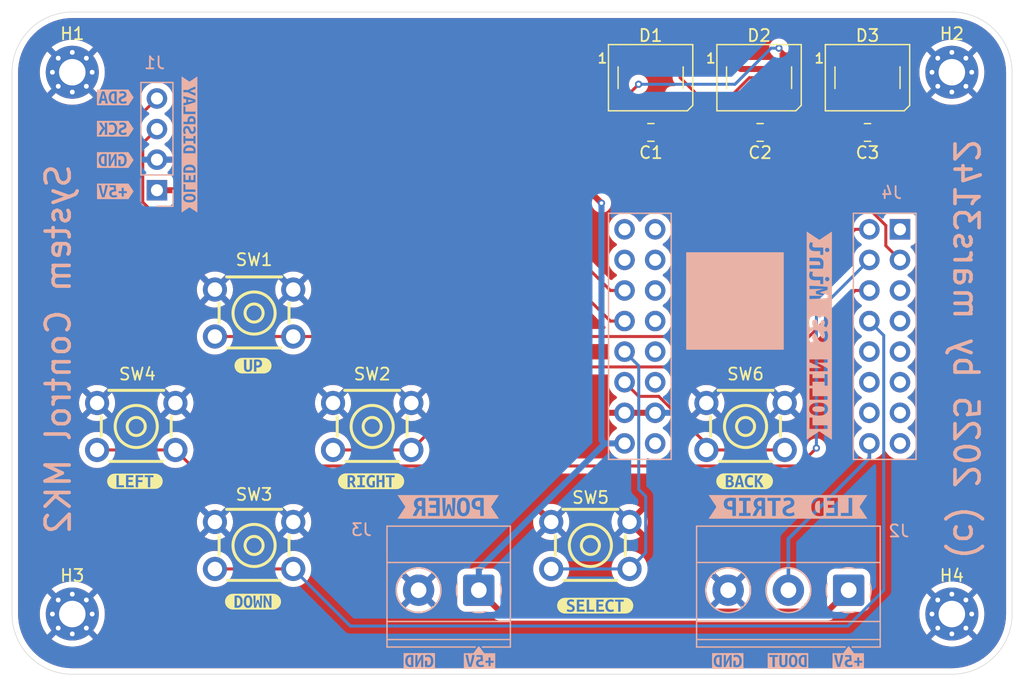
<source format=kicad_pcb>
(kicad_pcb (version 20241229) (generator "pcbnew") (generator_version "9.0")
  (title_block (title "System Control") (date "31.12.2025") (rev "MK1.2") (company "mars3142") (comment 3 "System Control Board for model railway") (comment 4 "Author: Peter Siegmund"))
  (layers (0 "F.Cu" signal) (2 "B.Cu" signal) (13 "F.Paste" user) (15 "B.Paste" user) (5 "F.SilkS" user "F.Silkscreen") (7 "B.SilkS" user "B.Silkscreen") (1 "F.Mask" user) (3 "B.Mask" user) (25 "Edge.Cuts" user))
  (net 0 "")
  (net 1 "SCK")
  (net 2 "+5V")
  (net 3 "GND")
  (net 4 "SDA")
  (net 5 "DOUT")
  (net 17 "UP")
  (net 18 "RIGHT")
  (net 19 "DOWN")
  (net 20 "LEFT")
  (net 21 "SELECT")
  (net 22 "BACK")
  (net 24 "Net-(D1-VSS)")
  (net 32 "Net-(D1-DOUT)")
  (net 33 "Net-(D2-DOUT)")
  (net 34 "LED")
  (net 35 "Net-(D2-VSS)")
  (net 36 "Net-(D3-VSS)")
  (footprint "kibuzzard-67898229" (layer "F.Cu") (at 92.41945 79.8224)
    (property "Reference" "kibuzzard-67898229" (hide yes))
    (property "Value" "G***" (hide yes))
  )
  (footprint "LED_SMD:LED_WS2812B_PLCC4_5.0x5.0mm_P3.2mm" (layer "F.Cu") (at 133.6195 46.3037)
    (property "Reference" "D3" (at 0 -3.5 0) (layer "F.SilkS"))
    (property "Value" "WS2812B")
    (fp_text user "1" (at -4 -1.6 0) (layer "F.SilkS") (effects (font (size 0.8 0.8))))
    (pad "1" smd roundrect (at -2.45 -1.65) (size 1.5 0.9) (layers "F.Cu" "F.Mask" "F.Paste") (roundrect_rratio 0.1) (net 2 "+5V"))
    (pad "2" smd roundrect (at -2.45 1.65) (size 1.5 0.9) (layers "F.Cu" "F.Mask" "F.Paste") (roundrect_rratio 0.1))
    (pad "3" smd roundrect (at 2.45 1.65) (size 1.5 0.9) (layers "F.Cu" "F.Mask" "F.Paste") (roundrect_rratio 0.1) (net 36 "Net-(D3-VSS)"))
    (pad "4" smd roundrect (at 2.45 -1.65) (size 1.5 0.9) (layers "F.Cu" "F.Mask" "F.Paste") (roundrect_rratio 0.1) (net 33 "Net-(D2-DOUT)"))
  )
  (footprint "Capacitor_SMD:C_0805_2012Metric" (layer "F.Cu") (at 133.6195 50.8511 180)
    (property "Reference" "C3" (at 0 -1.68 0) (layer "F.SilkS"))
    (property "Value" "100nF")
    (pad "1" smd roundrect (at -0.95 0 180) (size 1 1.45) (layers "F.Cu" "F.Mask" "F.Paste") (net 36 "Net-(D3-VSS)"))
    (pad "2" smd roundrect (at 0.95 0 180) (size 1 1.45) (layers "F.Cu" "F.Mask" "F.Paste") (net 3 "GND"))
  )
  (footprint "MountingHole:MountingHole_2.2mm_M2_Pad_Via" (layer "F.Cu") (at 67.61945 45.85115)
    (property "Reference" "H1" (at 0 -3.2 0) (layer "F.SilkS"))
    (property "Value" "MH1")
    (pad "1" thru_hole circle (at -1.65 0) (size 0.7 0.7) (drill 0.4) (layers "*.Cu" "*.Mask") (net 3 "GND"))
    (pad "1" thru_hole circle (at -1.166726 -1.166726) (size 0.7 0.7) (drill 0.4) (layers "*.Cu" "*.Mask") (net 3 "GND"))
    (pad "1" thru_hole circle (at -1.166726 1.166726) (size 0.7 0.7) (drill 0.4) (layers "*.Cu" "*.Mask") (net 3 "GND"))
    (pad "1" thru_hole circle (at 0 -1.65) (size 0.7 0.7) (drill 0.4) (layers "*.Cu" "*.Mask") (net 3 "GND"))
    (pad "1" thru_hole circle (at 0 0) (size 4.4 4.4) (drill 2.2) (layers "*.Cu" "*.Mask") (net 3 "GND"))
    (pad "1" thru_hole circle (at 0 1.65) (size 0.7 0.7) (drill 0.4) (layers "*.Cu" "*.Mask") (net 3 "GND"))
    (pad "1" thru_hole circle (at 1.166726 -1.166726) (size 0.7 0.7) (drill 0.4) (layers "*.Cu" "*.Mask") (net 3 "GND"))
    (pad "1" thru_hole circle (at 1.166726 1.166726) (size 0.7 0.7) (drill 0.4) (layers "*.Cu" "*.Mask") (net 3 "GND"))
    (pad "1" thru_hole circle (at 1.65 0) (size 0.7 0.7) (drill 0.4) (layers "*.Cu" "*.Mask") (net 3 "GND"))
  )
  (footprint "easyeda2kicad:KEY-TH_4P-L6.0-W6.0-P3.90-LS7.8" (layer "F.Cu") (at 82.7072 65.8511)
    (property "Reference" "SW1" (at 0 -4.4288 0) (layer "F.SilkS"))
    (property "Value" "UP")
    (pad "1" thru_hole circle (at -3.25 1.95) (size 2 2) (drill 1.199896) (layers "*.Cu" "*.Mask") (net 17 "UP"))
    (pad "2" thru_hole circle (at 3.25 1.95) (size 2 2) (drill 1.199896) (layers "*.Cu" "*.Mask") (net 17 "UP"))
    (pad "3" thru_hole circle (at 3.25 -1.95) (size 2 2) (drill 1.199896) (layers "*.Cu" "*.Mask") (net 3 "GND"))
    (pad "4" thru_hole circle (at -3.25 -1.95) (size 2 2) (drill 1.199896) (layers "*.Cu" "*.Mask") (net 3 "GND"))
  )
  (footprint "kibuzzard-67898208" (layer "F.Cu") (at 82.61945 70.2224)
    (property "Reference" "kibuzzard-67898208" (hide yes))
    (property "Value" "G***" (hide yes))
  )
  (footprint "Capacitor_SMD:C_0805_2012Metric" (layer "F.Cu") (at 124.7073 50.8501 180)
    (property "Reference" "C2" (at 0 -1.68 0) (layer "F.SilkS"))
    (property "Value" "100nF")
    (pad "1" smd roundrect (at -0.95 0 180) (size 1 1.45) (layers "F.Cu" "F.Mask" "F.Paste") (net 35 "Net-(D2-VSS)"))
    (pad "2" smd roundrect (at 0.95 0 180) (size 1 1.45) (layers "F.Cu" "F.Mask" "F.Paste") (net 3 "GND"))
  )
  (footprint "kibuzzard-678981FB" (layer "F.Cu") (at 123.41945 79.8224)
    (property "Reference" "kibuzzard-678981FB" (hide yes))
    (property "Value" "G***" (hide yes))
  )
  (footprint "easyeda2kicad:KEY-TH_4P-L6.0-W6.0-P3.90-LS7.8" (layer "F.Cu") (at 72.9272 75.2731)
    (property "Reference" "SW4" (at 0.0923 -4.3508 0) (layer "F.SilkS"))
    (property "Value" "LEFT")
    (pad "1" thru_hole circle (at -3.25 1.95) (size 2 2) (drill 1.199896) (layers "*.Cu" "*.Mask") (net 20 "LEFT"))
    (pad "2" thru_hole circle (at 3.25 1.95) (size 2 2) (drill 1.199896) (layers "*.Cu" "*.Mask") (net 20 "LEFT"))
    (pad "3" thru_hole circle (at 3.25 -1.95) (size 2 2) (drill 1.199896) (layers "*.Cu" "*.Mask") (net 3 "GND"))
    (pad "4" thru_hole circle (at -3.25 -1.95) (size 2 2) (drill 1.199896) (layers "*.Cu" "*.Mask") (net 3 "GND"))
  )
  (footprint "MountingHole:MountingHole_2.2mm_M2_Pad_Via" (layer "F.Cu") (at 140.61945 45.85115)
    (property "Reference" "H2" (at 0 -3.2 0) (layer "F.SilkS"))
    (property "Value" "MH2")
    (pad "1" thru_hole circle (at -1.65 0) (size 0.7 0.7) (drill 0.4) (layers "*.Cu" "*.Mask") (net 3 "GND"))
    (pad "1" thru_hole circle (at -1.166726 -1.166726) (size 0.7 0.7) (drill 0.4) (layers "*.Cu" "*.Mask") (net 3 "GND"))
    (pad "1" thru_hole circle (at -1.166726 1.166726) (size 0.7 0.7) (drill 0.4) (layers "*.Cu" "*.Mask") (net 3 "GND"))
    (pad "1" thru_hole circle (at 0 -1.65) (size 0.7 0.7) (drill 0.4) (layers "*.Cu" "*.Mask") (net 3 "GND"))
    (pad "1" thru_hole circle (at 0 0) (size 4.4 4.4) (drill 2.2) (layers "*.Cu" "*.Mask") (net 3 "GND"))
    (pad "1" thru_hole circle (at 0 1.65) (size 0.7 0.7) (drill 0.4) (layers "*.Cu" "*.Mask") (net 3 "GND"))
    (pad "1" thru_hole circle (at 1.166726 -1.166726) (size 0.7 0.7) (drill 0.4) (layers "*.Cu" "*.Mask") (net 3 "GND"))
    (pad "1" thru_hole circle (at 1.166726 1.166726) (size 0.7 0.7) (drill 0.4) (layers "*.Cu" "*.Mask") (net 3 "GND"))
    (pad "1" thru_hole circle (at 1.65 0) (size 0.7 0.7) (drill 0.4) (layers "*.Cu" "*.Mask") (net 3 "GND"))
  )
  (footprint "easyeda2kicad:KEY-TH_4P-L6.0-W6.0-P3.90-LS7.8" (layer "F.Cu") (at 92.5092 75.2731)
    (property "Reference" "SW2" (at 0 -4.3508 0) (layer "F.SilkS"))
    (property "Value" "RIGHT")
    (pad "1" thru_hole circle (at -3.25 1.95) (size 2 2) (drill 1.199896) (layers "*.Cu" "*.Mask") (net 18 "RIGHT"))
    (pad "2" thru_hole circle (at 3.25 1.95) (size 2 2) (drill 1.199896) (layers "*.Cu" "*.Mask") (net 18 "RIGHT"))
    (pad "3" thru_hole circle (at 3.25 -1.95) (size 2 2) (drill 1.199896) (layers "*.Cu" "*.Mask") (net 3 "GND"))
    (pad "4" thru_hole circle (at -3.25 -1.95) (size 2 2) (drill 1.199896) (layers "*.Cu" "*.Mask") (net 3 "GND"))
  )
  (footprint "kibuzzard-678981DB" (layer "F.Cu") (at 111.01945 90.15515)
    (property "Reference" "kibuzzard-678981DB" (hide yes))
    (property "Value" "G***" (hide yes))
  )
  (footprint "easyeda2kicad:KEY-TH_4P-L6.0-W6.0-P3.90-LS7.8" (layer "F.Cu") (at 82.7072 85.1551)
    (property "Reference" "SW3" (at 0 -4.2328 0) (layer "F.SilkS"))
    (property "Value" "DOWN")
    (pad "1" thru_hole circle (at -3.25 1.95) (size 2 2) (drill 1.199896) (layers "*.Cu" "*.Mask") (net 19 "DOWN"))
    (pad "2" thru_hole circle (at 3.25 1.95) (size 2 2) (drill 1.199896) (layers "*.Cu" "*.Mask") (net 19 "DOWN"))
    (pad "3" thru_hole circle (at 3.25 -1.95) (size 2 2) (drill 1.199896) (layers "*.Cu" "*.Mask") (net 3 "GND"))
    (pad "4" thru_hole circle (at -3.25 -1.95) (size 2 2) (drill 1.199896) (layers "*.Cu" "*.Mask") (net 3 "GND"))
  )
  (footprint "MountingHole:MountingHole_2.2mm_M2_Pad_Via" (layer "F.Cu") (at 67.61945 90.85115)
    (property "Reference" "H3" (at 0 -3.2 0) (layer "F.SilkS"))
    (property "Value" "MH3")
    (pad "1" thru_hole circle (at -1.65 0) (size 0.7 0.7) (drill 0.4) (layers "*.Cu" "*.Mask") (net 3 "GND"))
    (pad "1" thru_hole circle (at -1.166726 -1.166726) (size 0.7 0.7) (drill 0.4) (layers "*.Cu" "*.Mask") (net 3 "GND"))
    (pad "1" thru_hole circle (at -1.166726 1.166726) (size 0.7 0.7) (drill 0.4) (layers "*.Cu" "*.Mask") (net 3 "GND"))
    (pad "1" thru_hole circle (at 0 -1.65) (size 0.7 0.7) (drill 0.4) (layers "*.Cu" "*.Mask") (net 3 "GND"))
    (pad "1" thru_hole circle (at 0 0) (size 4.4 4.4) (drill 2.2) (layers "*.Cu" "*.Mask") (net 3 "GND"))
    (pad "1" thru_hole circle (at 0 1.65) (size 0.7 0.7) (drill 0.4) (layers "*.Cu" "*.Mask") (net 3 "GND"))
    (pad "1" thru_hole circle (at 1.166726 -1.166726) (size 0.7 0.7) (drill 0.4) (layers "*.Cu" "*.Mask") (net 3 "GND"))
    (pad "1" thru_hole circle (at 1.166726 1.166726) (size 0.7 0.7) (drill 0.4) (layers "*.Cu" "*.Mask") (net 3 "GND"))
    (pad "1" thru_hole circle (at 1.65 0) (size 0.7 0.7) (drill 0.4) (layers "*.Cu" "*.Mask") (net 3 "GND"))
  )
  (footprint "easyeda2kicad:KEY-TH_4P-L6.0-W6.0-P3.90-LS7.8" (layer "F.Cu") (at 123.4972 75.2731)
    (property "Reference" "SW6" (at 0 -4.3508 0) (layer "F.SilkS"))
    (property "Value" "BACK")
    (pad "1" thru_hole circle (at -3.25 1.95) (size 2 2) (drill 1.199896) (layers "*.Cu" "*.Mask") (net 22 "BACK"))
    (pad "2" thru_hole circle (at 3.25 1.95) (size 2 2) (drill 1.199896) (layers "*.Cu" "*.Mask") (net 22 "BACK"))
    (pad "3" thru_hole circle (at 3.25 -1.95) (size 2 2) (drill 1.199896) (layers "*.Cu" "*.Mask") (net 3 "GND"))
    (pad "4" thru_hole circle (at -3.25 -1.95) (size 2 2) (drill 1.199896) (layers "*.Cu" "*.Mask") (net 3 "GND"))
  )
  (footprint "kibuzzard-67898221" (layer "F.Cu") (at 72.81945 79.8224)
    (property "Reference" "kibuzzard-67898221" (hide yes))
    (property "Value" "G***" (hide yes))
  )
  (footprint "LED_SMD:LED_WS2812B_PLCC4_5.0x5.0mm_P3.2mm" (layer "F.Cu") (at 115.6195 46.3037)
    (property "Reference" "D1" (at 0 -3.5 0) (layer "F.SilkS"))
    (property "Value" "WS2812B")
    (fp_text user "1" (at -4 -1.6 0) (layer "F.SilkS") (effects (font (size 0.8 0.8))))
    (pad "1" smd roundrect (at -2.45 -1.65) (size 1.5 0.9) (layers "F.Cu" "F.Mask" "F.Paste") (roundrect_rratio 0.1) (net 2 "+5V"))
    (pad "2" smd roundrect (at -2.45 1.65) (size 1.5 0.9) (layers "F.Cu" "F.Mask" "F.Paste") (roundrect_rratio 0.1) (net 32 "Net-(D1-DOUT)"))
    (pad "3" smd roundrect (at 2.45 1.65) (size 1.5 0.9) (layers "F.Cu" "F.Mask" "F.Paste") (roundrect_rratio 0.1) (net 24 "Net-(D1-VSS)"))
    (pad "4" smd roundrect (at 2.45 -1.65) (size 1.5 0.9) (layers "F.Cu" "F.Mask" "F.Paste") (roundrect_rratio 0.1) (net 34 "LED"))
  )
  (footprint "kibuzzard-67898217" (layer "F.Cu") (at 82.61945 89.8224)
    (property "Reference" "kibuzzard-67898217" (hide yes))
    (property "Value" "G***" (hide yes))
  )
  (footprint "easyeda2kicad:KEY-TH_4P-L6.0-W6.0-P3.90-LS7.8" (layer "F.Cu") (at 110.6195 85.1551)
    (property "Reference" "SW5" (at 0.0163 -3.9788 0) (layer "F.SilkS"))
    (property "Value" "SELECT")
    (pad "1" thru_hole circle (at -3.25 1.95) (size 2 2) (drill 1.199896) (layers "*.Cu" "*.Mask") (net 21 "SELECT"))
    (pad "2" thru_hole circle (at 3.25 1.95) (size 2 2) (drill 1.199896) (layers "*.Cu" "*.Mask") (net 21 "SELECT"))
    (pad "3" thru_hole circle (at 3.25 -1.95) (size 2 2) (drill 1.199896) (layers "*.Cu" "*.Mask") (net 3 "GND"))
    (pad "4" thru_hole circle (at -3.25 -1.95) (size 2 2) (drill 1.199896) (layers "*.Cu" "*.Mask") (net 3 "GND"))
  )
  (footprint "Capacitor_SMD:C_0805_2012Metric" (layer "F.Cu") (at 115.6427 50.8491 180)
    (property "Reference" "C1" (at 0 -1.68 0) (layer "F.SilkS"))
    (property "Value" "100nF")
    (pad "1" smd roundrect (at -0.95 0 180) (size 1 1.45) (layers "F.Cu" "F.Mask" "F.Paste") (net 24 "Net-(D1-VSS)"))
    (pad "2" smd roundrect (at 0.95 0 180) (size 1 1.45) (layers "F.Cu" "F.Mask" "F.Paste") (net 3 "GND"))
  )
  (footprint "LED_SMD:LED_WS2812B_PLCC4_5.0x5.0mm_P3.2mm" (layer "F.Cu") (at 124.6195 46.3037)
    (property "Reference" "D2" (at 0 -3.5 0) (layer "F.SilkS"))
    (property "Value" "WS2812B")
    (fp_text user "1" (at -4 -1.6 0) (layer "F.SilkS") (effects (font (size 0.8 0.8))))
    (pad "1" smd roundrect (at -2.45 -1.65) (size 1.5 0.9) (layers "F.Cu" "F.Mask" "F.Paste") (roundrect_rratio 0.1) (net 2 "+5V"))
    (pad "2" smd roundrect (at -2.45 1.65) (size 1.5 0.9) (layers "F.Cu" "F.Mask" "F.Paste") (roundrect_rratio 0.1) (net 33 "Net-(D2-DOUT)"))
    (pad "3" smd roundrect (at 2.45 1.65) (size 1.5 0.9) (layers "F.Cu" "F.Mask" "F.Paste") (roundrect_rratio 0.1) (net 35 "Net-(D2-VSS)"))
    (pad "4" smd roundrect (at 2.45 -1.65) (size 1.5 0.9) (layers "F.Cu" "F.Mask" "F.Paste") (roundrect_rratio 0.1) (net 32 "Net-(D1-DOUT)"))
  )
  (footprint "MountingHole:MountingHole_2.2mm_M2_Pad_Via" (layer "F.Cu") (at 140.61945 90.85115)
    (property "Reference" "H4" (at 0 -3.2 0) (layer "F.SilkS"))
    (property "Value" "MH4")
    (pad "1" thru_hole circle (at -1.65 0) (size 0.7 0.7) (drill 0.4) (layers "*.Cu" "*.Mask") (net 3 "GND"))
    (pad "1" thru_hole circle (at -1.166726 -1.166726) (size 0.7 0.7) (drill 0.4) (layers "*.Cu" "*.Mask") (net 3 "GND"))
    (pad "1" thru_hole circle (at -1.166726 1.166726) (size 0.7 0.7) (drill 0.4) (layers "*.Cu" "*.Mask") (net 3 "GND"))
    (pad "1" thru_hole circle (at 0 -1.65) (size 0.7 0.7) (drill 0.4) (layers "*.Cu" "*.Mask") (net 3 "GND"))
    (pad "1" thru_hole circle (at 0 0) (size 4.4 4.4) (drill 2.2) (layers "*.Cu" "*.Mask") (net 3 "GND"))
    (pad "1" thru_hole circle (at 0 1.65) (size 0.7 0.7) (drill 0.4) (layers "*.Cu" "*.Mask") (net 3 "GND"))
    (pad "1" thru_hole circle (at 1.166726 -1.166726) (size 0.7 0.7) (drill 0.4) (layers "*.Cu" "*.Mask") (net 3 "GND"))
    (pad "1" thru_hole circle (at 1.166726 1.166726) (size 0.7 0.7) (drill 0.4) (layers "*.Cu" "*.Mask") (net 3 "GND"))
    (pad "1" thru_hole circle (at 1.65 0) (size 0.7 0.7) (drill 0.4) (layers "*.Cu" "*.Mask") (net 3 "GND"))
  )
  (footprint "TerminalBlock_Phoenix:TerminalBlock_Phoenix_MKDS-1,5-3_1x03_P5.00mm_Horizontal" (layer "B.Cu") (at 132.0532 88.8709 180)
    (property "Reference" "J2" (at -4.16625 4.91975 0) (layer "B.SilkS") (effects (justify mirror)))
    (property "Value" "Output")
    (pad "1" thru_hole roundrect (at 0 0 180) (size 2.6 2.6) (drill 1.3) (layers "*.Cu" "*.Mask") (roundrect_rratio 0.096154) (net 2 "+5V"))
    (pad "2" thru_hole circle (at 5 0 180) (size 2.6 2.6) (drill 1.3) (layers "*.Cu" "*.Mask") (net 5 "DOUT"))
    (pad "3" thru_hole circle (at 10 0 180) (size 2.6 2.6) (drill 1.3) (layers "*.Cu" "*.Mask") (net 3 "GND"))
  )
  (footprint "kibuzzard-678980A4" (layer "B.Cu") (at 101.41945 94.75115 180)
    (property "Reference" "kibuzzard-678980A4" (hide yes))
    (property "Value" "G***" (hide yes))
  )
  (footprint "kibuzzard-67898074" (layer "B.Cu") (at 71.1892 53.1434 180)
    (property "Reference" "kibuzzard-67898074" (hide yes))
    (property "Value" "G***" (hide yes))
  )
  (footprint "kibuzzard-678980E8" (layer "B.Cu") (at 127.01945 94.75115 180)
    (property "Reference" "kibuzzard-678980E8" (hide yes))
    (property "Value" "G***" (hide yes))
  )
  (footprint "wemos:PinSocket_S3 Mini" (layer "B.Cu") (at 124.6195 67.8511 180)
    (property "Reference" "J4" (at -11 12 0) (layer "B.SilkS") (effects (justify mirror)))
    (property "Value" "Conn_S3 Mini")
    (pad "1" thru_hole rect (at -11.696 8.954 180) (size 1.7 1.7) (drill oval 1) (layers "*.Cu" "*.Mask"))
    (pad "2" thru_hole oval (at -11.696 6.414 180) (size 1.7 1.7) (drill 1) (layers "*.Cu" "*.Mask") (net 34 "LED"))
    (pad "3" thru_hole oval (at -11.696 3.874 180) (size 1.7 1.7) (drill 1) (layers "*.Cu" "*.Mask"))
    (pad "4" thru_hole oval (at -11.696 1.334 180) (size 1.7 1.7) (drill 1) (layers "*.Cu" "*.Mask"))
    (pad "5" thru_hole oval (at -11.696 -1.206 180) (size 1.7 1.7) (drill 1) (layers "*.Cu" "*.Mask"))
    (pad "6" thru_hole oval (at -11.696 -3.746 180) (size 1.7 1.7) (drill 1) (layers "*.Cu" "*.Mask"))
    (pad "7" thru_hole oval (at -11.696 -6.286 180) (size 1.7 1.7) (drill 1) (layers "*.Cu" "*.Mask"))
    (pad "8" thru_hole oval (at -11.696 -8.826 180) (size 1.7 1.7) (drill 1) (layers "*.Cu" "*.Mask"))
    (pad "9" thru_hole oval (at -9.156 8.954 180) (size 1.7 1.7) (drill 1) (layers "*.Cu" "*.Mask") (net 17 "UP"))
    (pad "10" thru_hole oval (at -9.156 6.414 180) (size 1.7 1.7) (drill 1) (layers "*.Cu" "*.Mask") (net 20 "LEFT"))
    (pad "11" thru_hole oval (at -9.156 3.874 180) (size 1.7 1.7) (drill 1) (layers "*.Cu" "*.Mask") (net 18 "RIGHT"))
    (pad "12" thru_hole oval (at -9.156 1.334 180) (size 1.7 1.7) (drill 1) (layers "*.Cu" "*.Mask") (net 19 "DOWN"))
    (pad "13" thru_hole oval (at -9.156 -1.206 180) (size 1.7 1.7) (drill 1) (layers "*.Cu" "*.Mask"))
    (pad "14" thru_hole oval (at -9.156 -3.746 180) (size 1.7 1.7) (drill 1) (layers "*.Cu" "*.Mask"))
    (pad "15" thru_hole oval (at -9.156 -6.286 180) (size 1.7 1.7) (drill 1) (layers "*.Cu" "*.Mask"))
    (pad "16" thru_hole oval (at -9.156 -8.826 180) (size 1.7 1.7) (drill 1) (layers "*.Cu" "*.Mask") (net 5 "DOUT"))
    (pad "17" thru_hole oval (at 8.624 8.954 180) (size 1.7 1.7) (drill 1) (layers "*.Cu" "*.Mask"))
    (pad "18" thru_hole oval (at 8.624 6.414 180) (size 1.7 1.7) (drill 1) (layers "*.Cu" "*.Mask"))
    (pad "19" thru_hole oval (at 8.624 3.874 180) (size 1.7 1.7) (drill 1) (layers "*.Cu" "*.Mask"))
    (pad "20" thru_hole oval (at 8.624 1.334 180) (size 1.7 1.7) (drill 1) (layers "*.Cu" "*.Mask"))
    (pad "21" thru_hole oval (at 8.624 -1.206 180) (size 1.7 1.7) (drill 1) (layers "*.Cu" "*.Mask"))
    (pad "22" thru_hole oval (at 8.624 -3.746 180) (size 1.7 1.7) (drill 1) (layers "*.Cu" "*.Mask"))
    (pad "23" thru_hole oval (at 8.624 -6.286 180) (size 1.7 1.7) (drill 1) (layers "*.Cu" "*.Mask") (net 3 "GND"))
    (pad "24" thru_hole oval (at 8.624 -8.826 180) (size 1.7 1.7) (drill 1) (layers "*.Cu" "*.Mask"))
    (pad "25" thru_hole oval (at 11.164 8.954 180) (size 1.7 1.7) (drill 1) (layers "*.Cu" "*.Mask"))
    (pad "26" thru_hole oval (at 11.164 6.414 180) (size 1.7 1.7) (drill 1) (layers "*.Cu" "*.Mask"))
    (pad "27" thru_hole oval (at 11.164 3.874 180) (size 1.7 1.7) (drill 1) (layers "*.Cu" "*.Mask") (net 1 "SCK"))
    (pad "28" thru_hole oval (at 11.164 1.334 180) (size 1.7 1.7) (drill 1) (layers "*.Cu" "*.Mask") (net 4 "SDA"))
    (pad "29" thru_hole oval (at 11.164 -1.206 180) (size 1.7 1.7) (drill 1) (layers "*.Cu" "*.Mask") (net 21 "SELECT"))
    (pad "30" thru_hole oval (at 11.164 -3.746 180) (size 1.7 1.7) (drill 1) (layers "*.Cu" "*.Mask") (net 22 "BACK"))
    (pad "31" thru_hole oval (at 11.164 -6.286 180) (size 1.7 1.7) (drill 1) (layers "*.Cu" "*.Mask") (net 3 "GND"))
    (pad "32" thru_hole oval (at 11.164 -8.826 180) (size 1.7 1.7) (drill 1) (layers "*.Cu" "*.Mask") (net 2 "+5V"))
  )
  (footprint "kibuzzard-67897FC0" (layer "B.Cu") (at 129.61945 67.72715 90)
    (property "Reference" "kibuzzard-67897FC0" (hide yes))
    (property "Value" "G***" (hide yes))
  )
  (footprint "kibuzzard-678A131B" (layer "B.Cu") (at 98.81945 81.95115 180)
    (property "Reference" "kibuzzard-678A131B" (hide yes))
    (property "Value" "G***" (hide yes))
  )
  (footprint "kibuzzard-678A1323" (layer "B.Cu") (at 127.01945 81.95115 180)
    (property "Reference" "kibuzzard-678A1323" (hide yes))
    (property "Value" "G***" (hide yes))
  )
  (footprint "kibuzzard-67898040" (layer "B.Cu") (at 71.1892 47.9434 180)
    (property "Reference" "kibuzzard-67898040" (hide yes))
    (property "Value" "G***" (hide yes))
  )
  (footprint "Connector_PinSocket_2.54mm:PinSocket_1x04_P2.54mm_Vertical" (layer "B.Cu") (at 74.6445 55.6511)
    (property "Reference" "J1" (at -0.2 -10.58 0) (layer "B.SilkS") (effects (justify mirror)))
    (property "Value" "Female Header" (hide yes))
    (pad "1" thru_hole rect (at 0 0) (size 1.7 1.7) (drill 1) (layers "*.Cu" "*.Mask") (net 2 "+5V"))
    (pad "2" thru_hole oval (at 0 -2.54) (size 1.7 1.7) (drill 1) (layers "*.Cu" "*.Mask") (net 3 "GND"))
    (pad "3" thru_hole oval (at 0 -5.08) (size 1.7 1.7) (drill 1) (layers "*.Cu" "*.Mask") (net 1 "SCK"))
    (pad "4" thru_hole oval (at 0 -7.62) (size 1.7 1.7) (drill 1) (layers "*.Cu" "*.Mask") (net 4 "SDA"))
  )
  (footprint "kibuzzard-67898062" (layer "B.Cu") (at 71.1892 50.5434 180)
    (property "Reference" "kibuzzard-67898062" (hide yes))
    (property "Value" "G***" (hide yes))
  )
  (footprint "kibuzzard-67898084" (layer "B.Cu") (at 71.1892 55.7434 180)
    (property "Reference" "kibuzzard-67898084" (hide yes))
    (property "Value" "G***" (hide yes))
  )
  (footprint "kibuzzard-678A1332" (layer "B.Cu") (at 96.41945 94.75115 180)
    (property "Reference" "kibuzzard-678A1332" (hide yes))
    (property "Value" "G***" (hide yes))
  )
  (footprint "kibuzzard-67898102" (layer "B.Cu") (at 132.01945 94.75115 180)
    (property "Reference" "kibuzzard-67898102" (hide yes))
    (property "Value" "G***" (hide yes))
  )
  (footprint "TerminalBlock_Phoenix:TerminalBlock_Phoenix_MKDS-1,5-2_1x02_P5.00mm_Horizontal" (layer "B.Cu") (at 101.3592 88.8709 180)
    (property "Reference" "J3" (at 9.73975 5.01975 0) (layer "B.SilkS") (effects (justify mirror)))
    (property "Value" "Input")
    (pad "1" thru_hole roundrect (at 0 0 180) (size 2.6 2.6) (drill 1.3) (layers "*.Cu" "*.Mask") (roundrect_rratio 0.096154) (net 2 "+5V"))
    (pad "2" thru_hole circle (at 5 0 180) (size 2.6 2.6) (drill 1.3) (layers "*.Cu" "*.Mask") (net 3 "GND"))
  )
  (footprint "kibuzzard-6859B258" (layer "B.Cu") (at 77.34445 51.85115 90)
    (property "Reference" "kibuzzard-6859B258" (hide yes))
    (property "Value" "G***" (hide yes))
  )
  (footprint "kibuzzard-678980F4" (layer "B.Cu") (at 122.01945 94.75115 180)
    (property "Reference" "kibuzzard-678980F4" (hide yes))
    (property "Value" "G***" (hide yes))
  )
  (gr_rect (start 118.61945 60.85115) (end 126.61945 68.85115) (stroke (width 0.1)) (fill yes) (layer "B.SilkS"))
  (gr_arc (start 62.61945 45.85115) (mid 64.083916 42.315616) (end 67.61945 40.85115) (stroke (width 0.05)) (layer "Edge.Cuts"))
  (gr_arc (start 67.61945 95.85115) (mid 64.083916 94.386684) (end 62.61945 90.85115) (stroke (width 0.05)) (layer "Edge.Cuts"))
  (gr_line (start 145.61945 90.85115) (end 145.61945 45.85115) (stroke (width 0.05)) (layer "Edge.Cuts"))
  (gr_arc (start 145.61945 90.85115) (mid 144.154984 94.386684) (end 140.61945 95.85115) (stroke (width 0.05)) (layer "Edge.Cuts"))
  (gr_line (start 62.61945 45.85115) (end 62.61945 90.85115) (stroke (width 0.05)) (layer "Edge.Cuts"))
  (gr_line (start 140.6195 40.85115) (end 67.61945 40.85115) (stroke (width 0.05)) (layer "Edge.Cuts"))
  (gr_line (start 67.61945 95.85115) (end 140.61945 95.85115) (stroke (width 0.05)) (layer "Edge.Cuts"))
  (gr_arc (start 140.61945 40.85115) (mid 144.154984 42.315616) (end 145.61945 45.85115) (stroke (width 0.05)) (layer "Edge.Cuts"))
  (gr_text "(c) 2025 by mars3142" (at 140.61945 68.85115 270) (layer "B.SilkS") (effects (font (size 2 2) (thickness 0.3) (bold yes)) (justify bottom mirror)))
  (gr_text "System Control MK2" (at 67.61945 68.85115 90) (layer "B.SilkS") (effects (font (size 2 2) (thickness 0.3)) (justify bottom mirror)))
  (segment (start 73.4678 56.6422) (end 74.2174 57.3918) (width 0.25) (layer "F.Cu") (net 1))
  (segment (start 73.4678 51.7478) (end 73.4678 56.6422) (width 0.25) (layer "F.Cu") (net 1))
  (segment (start 74.2174 57.3918) (end 105.6935 57.3918) (width 0.25) (layer "F.Cu") (net 1))
  (segment (start 74.6445 50.5711) (end 73.4678 51.7478) (width 0.25) (layer "F.Cu") (net 1))
  (segment (start 112.2788 63.9771) (end 113.4555 63.9771) (width 0.25) (layer "F.Cu") (net 1))
  (segment (start 105.6935 57.3918) (end 112.2788 63.9771) (width 0.25) (layer "F.Cu") (net 1))
  (segment (start 113.1695 44.6537) (end 114.0827 43.7405) (width 0.5) (layer "F.Cu") (net 2))
  (segment (start 103.1381 90.6498) (end 101.3592 88.8709) (width 0.5) (layer "F.Cu") (net 2))
  (segment (start 74.6445 55.6511) (end 110.4707 55.6511) (width 0.5) (layer "F.Cu") (net 2))
  (segment (start 112.8148 44.6537) (end 110.4707 46.9978) (width 0.5) (layer "F.Cu") (net 2))
  (segment (start 110.4707 55.6511) (end 111.5408 56.7212) (width 0.5) (layer "F.Cu") (net 2))
  (segment (start 130.2743 90.6498) (end 103.1381 90.6498) (width 0.5) (layer "F.Cu") (net 2))
  (segment (start 110.4707 46.9978) (end 110.4707 55.6511) (width 0.5) (layer "F.Cu") (net 2))
  (segment (start 114.0827 43.7405) (end 121.2563 43.7405) (width 0.5) (layer "F.Cu") (net 2))
  (segment (start 123.0976 45.5818) (end 122.1695 44.6537) (width 0.5) (layer "F.Cu") (net 2))
  (segment (start 132.0532 88.8709) (end 130.2743 90.6498) (width 0.5) (layer "F.Cu") (net 2))
  (segment (start 121.2563 43.7405) (end 122.1695 44.6537) (width 0.5) (layer "F.Cu") (net 2))
  (segment (start 131.1695 44.6537) (end 130.2414 45.5818) (width 0.5) (layer "F.Cu") (net 2))
  (segment (start 130.2414 45.5818) (end 123.0976 45.5818) (width 0.5) (layer "F.Cu") (net 2))
  (segment (start 113.1695 44.6537) (end 112.8148 44.6537) (width 0.5) (layer "F.Cu") (net 2))
  (via (at 111.5408 56.7212) (size 0.6) (drill 0.3) (layers "F.Cu" "B.Cu") (net 2))
  (segment (start 101.3592 87.1365) (end 101.3592 88.8709) (width 0.5) (layer "B.Cu") (net 2))
  (segment (start 113.4555 76.6771) (end 111.8186 76.6771) (width 0.5) (layer "B.Cu") (net 2))
  (segment (start 111.8186 76.6771) (end 101.3592 87.1365) (width 0.5) (layer "B.Cu") (net 2))
  (segment (start 111.5408 56.7212) (end 111.5408 76.3993) (width 0.5) (layer "B.Cu") (net 2))
  (segment (start 111.5408 76.3993) (end 111.8186 76.6771) (width 0.5) (layer "B.Cu") (net 2))
  (segment (start 73.900403 58.132103) (end 103.893803 58.132103) (width 0.25) (layer "F.Cu") (net 4))
  (segment (start 74.6445 48.0311) (end 72.61945 50.05615) (width 0.25) (layer "F.Cu") (net 4))
  (segment (start 72.61945 50.05615) (end 72.61945 56.85115) (width 0.25) (layer "F.Cu") (net 4))
  (segment (start 72.61945 56.85115) (end 73.900403 58.132103) (width 0.25) (layer "F.Cu") (net 4))
  (segment (start 103.893803 58.132103) (end 112.2788 66.5171) (width 0.25) (layer "F.Cu") (net 4))
  (segment (start 112.2788 66.5171) (end 113.4555 66.5171) (width 0.25) (layer "F.Cu") (net 4))
  (segment (start 127.0532 84.6011) (end 127.0532 88.8709) (width 0.3) (layer "B.Cu") (net 5))
  (segment (start 133.7755 76.6771) (end 133.7755 77.8788) (width 0.3) (layer "B.Cu") (net 5))
  (segment (start 133.7755 77.8788) (end 127.0532 84.6011) (width 0.3) (layer "B.Cu") (net 5))
  (segment (start 85.9572 67.8011) (end 79.4572 67.8011) (width 0.25) (layer "F.Cu") (net 17))
  (segment (start 123.6948 67.8011) (end 85.9572 67.8011) (width 0.25) (layer "F.Cu") (net 17))
  (segment (start 132.5988 58.8971) (end 123.6948 67.8011) (width 0.25) (layer "F.Cu") (net 17))
  (segment (start 133.7755 58.8971) (end 132.5988 58.8971) (width 0.25) (layer "F.Cu") (net 17))
  (segment (start 102.6552 70.3271) (end 95.7592 77.2231) (width 0.25) (layer "F.Cu") (net 18))
  (segment (start 133.7755 63.9771) (end 132.5988 63.9771) (width 0.25) (layer "F.Cu") (net 18))
  (segment (start 126.2488 70.3271) (end 102.6552 70.3271) (width 0.25) (layer "F.Cu") (net 18))
  (segment (start 132.5988 63.9771) (end 126.2488 70.3271) (width 0.25) (layer "F.Cu") (net 18))
  (segment (start 95.7592 77.2231) (end 89.2592 77.2231) (width 0.25) (layer "F.Cu") (net 18))
  (segment (start 79.4572 87.1051) (end 85.9572 87.1051) (width 0.25) (layer "F.Cu") (net 19))
  (segment (start 131.994464 91.85115) (end 90.70325 91.85115) (width 0.25) (layer "B.Cu") (net 19))
  (segment (start 90.70325 91.85115) (end 85.9572 87.1051) (width 0.25) (layer "B.Cu") (net 19))
  (segment (start 134.9661 67.7077) (end 134.9661 88.879514) (width 0.25) (layer "B.Cu") (net 19))
  (segment (start 133.7755 66.5171) (end 134.9661 67.7077) (width 0.25) (layer "B.Cu") (net 19))
  (segment (start 134.9661 88.879514) (end 131.994464 91.85115) (width 0.25) (layer "B.Cu") (net 19))
  (segment (start 76.1772 77.2231) (end 77.5083 78.5542) (width 0.25) (layer "F.Cu") (net 20))
  (segment (start 77.5083 78.5542) (end 127.8906 78.5542) (width 0.25) (layer "F.Cu") (net 20))
  (segment (start 127.8906 78.5542) (end 129.3782 77.0666) (width 0.25) (layer "F.Cu") (net 20))
  (segment (start 69.6772 77.2231) (end 76.1772 77.2231) (width 0.25) (layer "F.Cu") (net 20))
  (via (at 129.3782 77.0666) (size 0.6) (drill 0.3) (layers "F.Cu" "B.Cu") (net 20))
  (segment (start 129.3782 77.0666) (end 129.3782 66.6434) (width 0.25) (layer "B.Cu") (net 20))
  (segment (start 133.7755 61.4371) (end 129.3782 65.8344) (width 0.25) (layer "B.Cu") (net 20))
  (segment (start 129.3782 65.8344) (end 129.3782 66.6434) (width 0.25) (layer "B.Cu") (net 20))
  (segment (start 107.3695 87.1051) (end 113.8695 87.1051) (width 0.25) (layer "B.Cu") (net 21))
  (segment (start 114.6322 70.2338) (end 113.4555 69.0571) (width 0.25) (layer "B.Cu") (net 21))
  (segment (start 114.6322 80.4954) (end 114.6322 70.2338) (width 0.25) (layer "B.Cu") (net 21))
  (segment (start 115.2089 85.7657) (end 113.8695 87.1051) (width 0.25) (layer "B.Cu") (net 21))
  (segment (start 114.6322 80.4954) (end 115.2089 81.0721) (width 0.25) (layer "B.Cu") (net 21))
  (segment (start 115.2089 81.0721) (end 115.2089 85.7657) (width 0.25) (layer "B.Cu") (net 21))
  (segment (start 120.2472 76.7216) (end 120.2472 77.2231) (width 0.25) (layer "F.Cu") (net 22))
  (segment (start 126.7472 77.2231) (end 120.2472 77.2231) (width 0.25) (layer "F.Cu") (net 22))
  (segment (start 113.4555 71.5971) (end 114.6315 72.7731) (width 0.25) (layer "F.Cu") (net 22))
  (segment (start 116.2987 72.7731) (end 120.2472 76.7216) (width 0.25) (layer "F.Cu") (net 22))
  (segment (start 114.6315 72.7731) (end 116.2987 72.7731) (width 0.25) (layer "F.Cu") (net 22))
  (segment (start 118.0695 47.9537) (end 116.5927 49.4305) (width 0.25) (layer "F.Cu") (net 24))
  (segment (start 116.5927 49.4305) (end 116.5927 50.8491) (width 0.25) (layer "F.Cu") (net 24))
  (segment (start 126.26695 43.85115) (end 127.0695 44.6537) (width 0.25) (layer "F.Cu") (net 32))
  (segment (start 113.5169 47.9537) (end 113.1695 47.9537) (width 0.25) (layer "F.Cu") (net 32))
  (segment (start 114.61945 46.85115) (end 113.5169 47.9537) (width 0.25) (layer "F.Cu") (net 32))
  (via (at 126.26695 43.85115) (size 0.6) (drill 0.3) (layers "F.Cu" "B.Cu") (net 32))
  (via (at 114.61945 46.85115) (size 0.6) (drill 0.3) (layers "F.Cu" "B.Cu") (net 32))
  (segment (start 122.61945 46.85115) (end 125.61945 43.85115) (width 0.25) (layer "B.Cu") (net 32))
  (segment (start 114.61945 46.85115) (end 122.61945 46.85115) (width 0.25) (layer "B.Cu") (net 32))
  (segment (start 125.61945 43.85115) (end 126.26695 43.85115) (width 0.25) (layer "B.Cu") (net 32))
  (segment (start 134.4195 46.3037) (end 136.0695 44.6537) (width 0.25) (layer "F.Cu") (net 33))
  (segment (start 122.1695 47.9537) (end 123.8195 46.3037) (width 0.25) (layer "F.Cu") (net 33))
  (segment (start 123.8195 46.3037) (end 134.4195 46.3037) (width 0.25) (layer "F.Cu") (net 33))
  (segment (start 132.5268 55.9658) (end 135.1388 58.5778) (width 0.25) (layer "F.Cu") (net 34))
  (segment (start 121.6873 50.3889) (end 127.2642 55.9658) (width 0.25) (layer "F.Cu") (net 34))
  (segment (start 135.1388 58.5778) (end 135.1388 60.2604) (width 0.25) (layer "F.Cu") (net 34))
  (segment (start 121.6873 49.919) (end 121.6873 50.3889) (width 0.25) (layer "F.Cu") (net 34))
  (segment (start 127.2642 55.9658) (end 132.5268 55.9658) (width 0.25) (layer "F.Cu") (net 34))
  (segment (start 118.0695 46.3012) (end 121.6873 49.919) (width 0.25) (layer "F.Cu") (net 34))
  (segment (start 135.1388 60.2604) (end 136.3155 61.4371) (width 0.25) (layer "F.Cu") (net 34))
  (segment (start 118.0695 44.6537) (end 118.0695 46.3012) (width 0.25) (layer "F.Cu") (net 34))
  (segment (start 127.0695 47.9537) (end 125.6573 49.3659) (width 0.25) (layer "F.Cu") (net 35))
  (segment (start 125.6573 49.3659) (end 125.6573 50.8501) (width 0.25) (layer "F.Cu") (net 35))
  (segment (start 136.0695 47.9537) (end 136.0695 49.3511) (width 0.25) (layer "F.Cu") (net 36))
  (segment (start 136.0695 49.3511) (end 134.5695 50.8511) (width 0.25) (layer "F.Cu") (net 36))
  (zone (net 3) (net_name "GND") (layers "F.Cu" "B.Cu") (connect_pads (clearance 0.5)) (min_thickness 0.25) (fill yes (thermal_gap 0.5) (thermal_bridge_width 0.5))
    (polygon (pts (xy 65.61945 39.85115) (xy 142.61945 39.85115) (xy 146.61945 43.85115) (xy 146.61945 93.85115) (xy 143.61945 96.85115) (xy 65.61945 96.85115) (xy 61.61945 92.85115) (xy 61.61945 43.85115)))
  )
)
</source>
